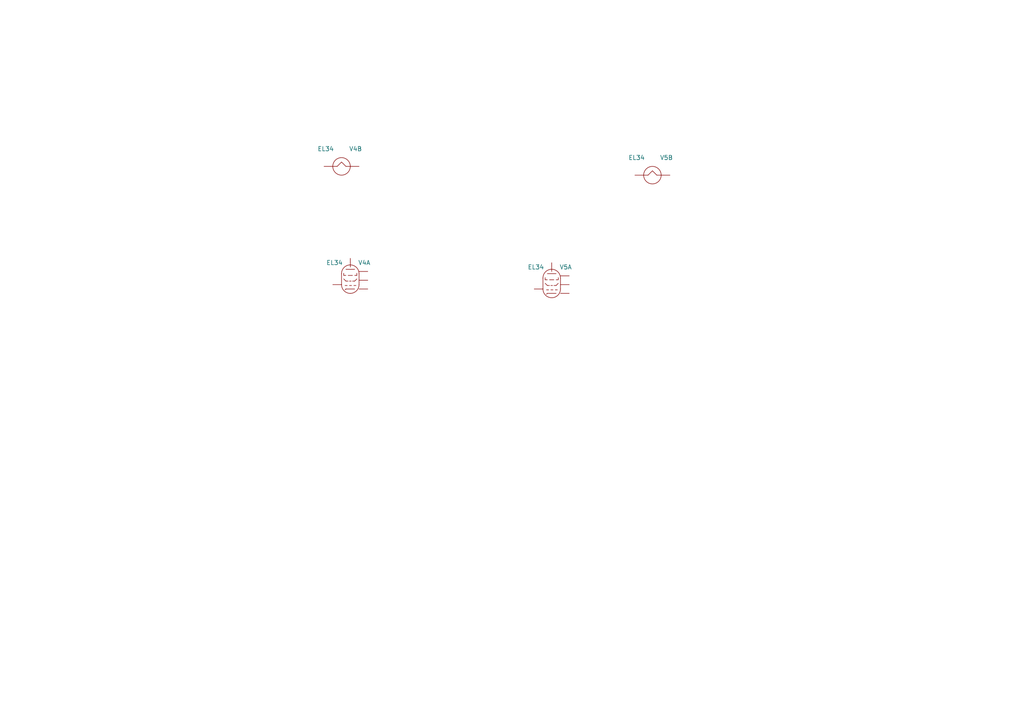
<source format=kicad_sch>
(kicad_sch
	(version 20250114)
	(generator "eeschema")
	(generator_version "9.0")
	(uuid "cb659d0c-3eb0-4868-b68c-0c64bebe4021")
	(paper "A4")
	(lib_symbols
		(symbol "wb50_symbols:WB50_EL34"
			(pin_numbers
				(hide yes)
			)
			(pin_names
				(offset 1.016)
				(hide yes)
			)
			(exclude_from_sim no)
			(in_bom yes)
			(on_board yes)
			(property "Reference" "V"
				(at 4.064 5.08 0)
				(do_not_autoplace)
				(effects
					(font
						(size 1.27 1.27)
					)
				)
			)
			(property "Value" "EL34"
				(at -4.572 5.08 0)
				(do_not_autoplace)
				(effects
					(font
						(size 1.27 1.27)
					)
				)
			)
			(property "Footprint" "wb50_footprints:WB50_Socket_Octal_8Pin_D26.0mm_Hole2.0mm"
				(at 0 0.254 0)
				(effects
					(font
						(size 1.27 1.27)
					)
					(hide yes)
				)
			)
			(property "Datasheet" "https://www.jj-electronic.de/images/stories/product/tubes/pdf/el34.pdf"
				(at 1.27 0.254 0)
				(effects
					(font
						(size 1.27 1.27)
					)
					(hide yes)
				)
			)
			(property "Description" "Leistungspentode für Audioendverstärker"
				(at -0.508 0 0)
				(effects
					(font
						(size 1.27 1.27)
					)
					(hide yes)
				)
			)
			(property "ki_locked" ""
				(at 0 0 0)
				(effects
					(font
						(size 1.27 1.27)
					)
				)
			)
			(property "ki_keywords" "tube valve röhre audio vakuum vacuum el34 6ca7"
				(at 0 0 0)
				(effects
					(font
						(size 1.27 1.27)
					)
					(hide yes)
				)
			)
			(property "ki_fp_filters" "*Octal*8*"
				(at 0 0 0)
				(effects
					(font
						(size 1.27 1.27)
					)
					(hide yes)
				)
			)
			(symbol "WB50_EL34_1_1"
				(polyline
					(pts
						(xy -2.54 1.905) (xy -2.54 -1.27)
					)
					(stroke
						(width 0)
						(type default)
					)
					(fill
						(type none)
					)
				)
				(polyline
					(pts
						(xy -1.905 1.397) (xy -1.905 2.032)
					)
					(stroke
						(width 0)
						(type default)
					)
					(fill
						(type none)
					)
				)
				(polyline
					(pts
						(xy -1.905 1.397) (xy -1.27 1.397)
					)
					(stroke
						(width 0)
						(type default)
					)
					(fill
						(type none)
					)
				)
				(polyline
					(pts
						(xy -1.905 0.381) (xy -1.27 -0.254)
					)
					(stroke
						(width 0)
						(type default)
					)
					(fill
						(type none)
					)
				)
				(polyline
					(pts
						(xy -1.524 -1.524) (xy -0.889 -1.524)
					)
					(stroke
						(width 0)
						(type default)
					)
					(fill
						(type none)
					)
				)
				(polyline
					(pts
						(xy -1.27 3.175) (xy 1.27 3.175)
					)
					(stroke
						(width 0)
						(type default)
					)
					(fill
						(type none)
					)
				)
				(polyline
					(pts
						(xy -1.27 -0.254) (xy -0.635 -0.254)
					)
					(stroke
						(width 0)
						(type default)
					)
					(fill
						(type none)
					)
				)
				(polyline
					(pts
						(xy -1.27 -2.54) (xy -1.524 -2.794)
					)
					(stroke
						(width 0)
						(type default)
					)
					(fill
						(type none)
					)
				)
				(polyline
					(pts
						(xy -0.635 1.397) (xy 0.635 1.397)
					)
					(stroke
						(width 0)
						(type default)
					)
					(fill
						(type none)
					)
				)
				(polyline
					(pts
						(xy -0.254 -0.254) (xy 0.254 -0.254)
					)
					(stroke
						(width 0)
						(type default)
					)
					(fill
						(type none)
					)
				)
				(polyline
					(pts
						(xy -0.254 -1.524) (xy 0.381 -1.524)
					)
					(stroke
						(width 0)
						(type default)
					)
					(fill
						(type none)
					)
				)
				(arc
					(start -0.0002 -3.8098)
					(mid -1.7963 -3.0659)
					(end -2.5402 -1.2698)
					(stroke
						(width 0)
						(type default)
					)
					(fill
						(type none)
					)
				)
				(arc
					(start -2.54 1.905)
					(mid -1.7961 3.7011)
					(end 0 4.445)
					(stroke
						(width 0)
						(type default)
					)
					(fill
						(type none)
					)
				)
				(arc
					(start 2.5398 -1.2698)
					(mid 1.7959 -3.0659)
					(end -0.0002 -3.8098)
					(stroke
						(width 0)
						(type default)
					)
					(fill
						(type none)
					)
				)
				(arc
					(start 0 4.445)
					(mid 1.7961 3.7011)
					(end 2.54 1.905)
					(stroke
						(width 0)
						(type default)
					)
					(fill
						(type none)
					)
				)
				(polyline
					(pts
						(xy 1.016 -1.524) (xy 1.651 -1.524)
					)
					(stroke
						(width 0)
						(type default)
					)
					(fill
						(type none)
					)
				)
				(polyline
					(pts
						(xy 1.27 -0.254) (xy 0.635 -0.254)
					)
					(stroke
						(width 0)
						(type default)
					)
					(fill
						(type none)
					)
				)
				(polyline
					(pts
						(xy 1.27 -0.254) (xy 1.905 0.381)
					)
					(stroke
						(width 0)
						(type default)
					)
					(fill
						(type none)
					)
				)
				(polyline
					(pts
						(xy 1.27 -2.54) (xy -1.27 -2.54)
					)
					(stroke
						(width 0)
						(type default)
					)
					(fill
						(type none)
					)
				)
				(polyline
					(pts
						(xy 1.905 2.032) (xy 1.905 1.397)
					)
					(stroke
						(width 0)
						(type default)
					)
					(fill
						(type none)
					)
				)
				(polyline
					(pts
						(xy 1.905 1.397) (xy 1.27 1.397)
					)
					(stroke
						(width 0)
						(type default)
					)
					(fill
						(type none)
					)
				)
				(polyline
					(pts
						(xy 2.54 1.905) (xy 2.54 -1.27)
					)
					(stroke
						(width 0)
						(type default)
					)
					(fill
						(type none)
					)
				)
				(pin passive line
					(at -5.08 -1.27 0)
					(length 2.54)
					(name "g1"
						(effects
							(font
								(size 1.27 1.27)
							)
						)
					)
					(number "5"
						(effects
							(font
								(size 1.27 1.27)
							)
						)
					)
				)
				(pin passive line
					(at 0 6.35 270)
					(length 2.54)
					(name "a"
						(effects
							(font
								(size 1.27 1.27)
							)
						)
					)
					(number "3"
						(effects
							(font
								(size 1.27 1.27)
							)
						)
					)
				)
				(pin passive line
					(at 5.08 2.54 180)
					(length 2.54)
					(name "g3"
						(effects
							(font
								(size 1.27 1.27)
							)
						)
					)
					(number "1"
						(effects
							(font
								(size 1.27 1.27)
							)
						)
					)
				)
				(pin passive line
					(at 5.08 0 180)
					(length 2.54)
					(name "g2"
						(effects
							(font
								(size 1.27 1.27)
							)
						)
					)
					(number "4"
						(effects
							(font
								(size 1.27 1.27)
							)
						)
					)
				)
				(pin passive line
					(at 5.08 -2.54 180)
					(length 2.54)
					(name "k"
						(effects
							(font
								(size 1.27 1.27)
							)
						)
					)
					(number "8"
						(effects
							(font
								(size 1.27 1.27)
							)
						)
					)
				)
			)
			(symbol "WB50_EL34_2_1"
				(polyline
					(pts
						(xy -1.27 0) (xy -2.54 0)
					)
					(stroke
						(width 0)
						(type default)
					)
					(fill
						(type none)
					)
				)
				(polyline
					(pts
						(xy -1.27 0) (xy 0 1.27) (xy 1.27 0)
					)
					(stroke
						(width 0)
						(type default)
					)
					(fill
						(type none)
					)
				)
				(circle
					(center 0 0)
					(radius 2.54)
					(stroke
						(width 0)
						(type default)
					)
					(fill
						(type none)
					)
				)
				(polyline
					(pts
						(xy 1.27 0) (xy 2.54 0)
					)
					(stroke
						(width 0)
						(type default)
					)
					(fill
						(type none)
					)
				)
				(pin passive line
					(at -5.08 0 0)
					(length 2.54)
					(name "f"
						(effects
							(font
								(size 1.27 1.27)
							)
						)
					)
					(number "2"
						(effects
							(font
								(size 1.27 1.27)
							)
						)
					)
				)
				(pin passive line
					(at 5.08 0 180)
					(length 2.54)
					(name "f"
						(effects
							(font
								(size 1.27 1.27)
							)
						)
					)
					(number "7"
						(effects
							(font
								(size 1.27 1.27)
							)
						)
					)
				)
			)
			(embedded_fonts no)
		)
	)
	(symbol
		(lib_id "wb50_symbols:WB50_EL34")
		(at 99.06 48.26 0)
		(unit 2)
		(exclude_from_sim no)
		(in_bom yes)
		(on_board yes)
		(dnp no)
		(fields_autoplaced yes)
		(uuid "34360503-4146-409b-8109-0a7bad3fc602")
		(property "Reference" "V4"
			(at 103.124 43.18 0)
			(do_not_autoplace yes)
			(effects
				(font
					(size 1.27 1.27)
				)
			)
		)
		(property "Value" "EL34"
			(at 94.488 43.18 0)
			(do_not_autoplace yes)
			(effects
				(font
					(size 1.27 1.27)
				)
			)
		)
		(property "Footprint" "wb50_footprints:WB50_Socket_Octal_8Pin_D26.0mm_Hole2.0mm"
			(at 99.06 48.006 0)
			(effects
				(font
					(size 1.27 1.27)
				)
				(hide yes)
			)
		)
		(property "Datasheet" "https://www.jj-electronic.de/images/stories/product/tubes/pdf/el34.pdf"
			(at 100.33 48.006 0)
			(effects
				(font
					(size 1.27 1.27)
				)
				(hide yes)
			)
		)
		(property "Description" "Leistungspentode für Audioendverstärker"
			(at 98.552 48.26 0)
			(effects
				(font
					(size 1.27 1.27)
				)
				(hide yes)
			)
		)
		(pin "1"
			(uuid "49effbd1-a2c2-438b-8b4a-8c4c3513de4c")
		)
		(pin "5"
			(uuid "781c84ed-2acc-42ac-8a32-983fbb67bc99")
		)
		(pin "3"
			(uuid "5f702feb-3533-49b0-b1cb-ca7064de507e")
		)
		(pin "4"
			(uuid "f46438aa-6d18-4d75-9ac6-51180f78fde6")
		)
		(pin "2"
			(uuid "3ed204cb-ad26-4ba3-b496-75a059da14ce")
		)
		(pin "7"
			(uuid "82f2f640-bc64-49ca-8a12-7a227f6cbce7")
		)
		(pin "8"
			(uuid "b4fc9e81-0bd6-4a59-b45e-9d1377cbe1c6")
		)
		(instances
			(project ""
				(path "/6805e3ef-87bd-473d-890f-05ae2da73c1a/7a47930b-7a0a-4b99-87af-45202452246e"
					(reference "V4")
					(unit 2)
				)
			)
		)
	)
	(symbol
		(lib_id "wb50_symbols:WB50_EL34")
		(at 160.02 82.55 0)
		(unit 1)
		(exclude_from_sim no)
		(in_bom yes)
		(on_board yes)
		(dnp no)
		(fields_autoplaced yes)
		(uuid "72bd0065-69b4-4e49-a146-28603018acfb")
		(property "Reference" "V5"
			(at 164.084 77.47 0)
			(do_not_autoplace yes)
			(effects
				(font
					(size 1.27 1.27)
				)
			)
		)
		(property "Value" "EL34"
			(at 155.448 77.47 0)
			(do_not_autoplace yes)
			(effects
				(font
					(size 1.27 1.27)
				)
			)
		)
		(property "Footprint" "wb50_footprints:WB50_Socket_Octal_8Pin_D26.0mm_Hole2.0mm"
			(at 160.02 82.296 0)
			(effects
				(font
					(size 1.27 1.27)
				)
				(hide yes)
			)
		)
		(property "Datasheet" "https://www.jj-electronic.de/images/stories/product/tubes/pdf/el34.pdf"
			(at 161.29 82.296 0)
			(effects
				(font
					(size 1.27 1.27)
				)
				(hide yes)
			)
		)
		(property "Description" "Leistungspentode für Audioendverstärker"
			(at 159.512 82.55 0)
			(effects
				(font
					(size 1.27 1.27)
				)
				(hide yes)
			)
		)
		(pin "3"
			(uuid "b3768609-36ea-4ea0-91f3-7cff0ff484db")
		)
		(pin "8"
			(uuid "049ea3c9-c329-4c96-96f8-22285dbebabd")
		)
		(pin "1"
			(uuid "28367d17-152a-4a04-8971-41d7a0ff8c7d")
		)
		(pin "4"
			(uuid "2b8fff87-9186-4b86-93e5-9c3d18dff096")
		)
		(pin "7"
			(uuid "b5b1fac8-5151-4b8f-ada3-807770adba9b")
		)
		(pin "5"
			(uuid "e0f63287-59da-4df2-88ae-21252e94da33")
		)
		(pin "2"
			(uuid "a4910cd1-6199-4f9c-8aee-8e79d903b33f")
		)
		(instances
			(project ""
				(path "/6805e3ef-87bd-473d-890f-05ae2da73c1a/7a47930b-7a0a-4b99-87af-45202452246e"
					(reference "V5")
					(unit 1)
				)
			)
		)
	)
	(symbol
		(lib_id "wb50_symbols:WB50_EL34")
		(at 189.23 50.8 0)
		(unit 2)
		(exclude_from_sim no)
		(in_bom yes)
		(on_board yes)
		(dnp no)
		(fields_autoplaced yes)
		(uuid "9074a707-0980-49f4-a8aa-2e9044a5c8c9")
		(property "Reference" "V5"
			(at 193.294 45.72 0)
			(do_not_autoplace yes)
			(effects
				(font
					(size 1.27 1.27)
				)
			)
		)
		(property "Value" "EL34"
			(at 184.658 45.72 0)
			(do_not_autoplace yes)
			(effects
				(font
					(size 1.27 1.27)
				)
			)
		)
		(property "Footprint" "wb50_footprints:WB50_Socket_Octal_8Pin_D26.0mm_Hole2.0mm"
			(at 189.23 50.546 0)
			(effects
				(font
					(size 1.27 1.27)
				)
				(hide yes)
			)
		)
		(property "Datasheet" "https://www.jj-electronic.de/images/stories/product/tubes/pdf/el34.pdf"
			(at 190.5 50.546 0)
			(effects
				(font
					(size 1.27 1.27)
				)
				(hide yes)
			)
		)
		(property "Description" "Leistungspentode für Audioendverstärker"
			(at 188.722 50.8 0)
			(effects
				(font
					(size 1.27 1.27)
				)
				(hide yes)
			)
		)
		(pin "3"
			(uuid "b3768609-36ea-4ea0-91f3-7cff0ff484dc")
		)
		(pin "8"
			(uuid "049ea3c9-c329-4c96-96f8-22285dbebabe")
		)
		(pin "1"
			(uuid "28367d17-152a-4a04-8971-41d7a0ff8c7e")
		)
		(pin "4"
			(uuid "2b8fff87-9186-4b86-93e5-9c3d18dff097")
		)
		(pin "7"
			(uuid "b5b1fac8-5151-4b8f-ada3-807770adba9c")
		)
		(pin "5"
			(uuid "e0f63287-59da-4df2-88ae-21252e94da34")
		)
		(pin "2"
			(uuid "a4910cd1-6199-4f9c-8aee-8e79d903b340")
		)
		(instances
			(project ""
				(path "/6805e3ef-87bd-473d-890f-05ae2da73c1a/7a47930b-7a0a-4b99-87af-45202452246e"
					(reference "V5")
					(unit 2)
				)
			)
		)
	)
	(symbol
		(lib_id "wb50_symbols:WB50_EL34")
		(at 101.6 81.28 0)
		(unit 1)
		(exclude_from_sim no)
		(in_bom yes)
		(on_board yes)
		(dnp no)
		(fields_autoplaced yes)
		(uuid "ad52149f-58d1-4676-831e-14e44fb0bcd7")
		(property "Reference" "V4"
			(at 105.664 76.2 0)
			(do_not_autoplace yes)
			(effects
				(font
					(size 1.27 1.27)
				)
			)
		)
		(property "Value" "EL34"
			(at 97.028 76.2 0)
			(do_not_autoplace yes)
			(effects
				(font
					(size 1.27 1.27)
				)
			)
		)
		(property "Footprint" "wb50_footprints:WB50_Socket_Octal_8Pin_D26.0mm_Hole2.0mm"
			(at 101.6 81.026 0)
			(effects
				(font
					(size 1.27 1.27)
				)
				(hide yes)
			)
		)
		(property "Datasheet" "https://www.jj-electronic.de/images/stories/product/tubes/pdf/el34.pdf"
			(at 102.87 81.026 0)
			(effects
				(font
					(size 1.27 1.27)
				)
				(hide yes)
			)
		)
		(property "Description" "Leistungspentode für Audioendverstärker"
			(at 101.092 81.28 0)
			(effects
				(font
					(size 1.27 1.27)
				)
				(hide yes)
			)
		)
		(pin "1"
			(uuid "49effbd1-a2c2-438b-8b4a-8c4c3513de4d")
		)
		(pin "5"
			(uuid "781c84ed-2acc-42ac-8a32-983fbb67bc9a")
		)
		(pin "3"
			(uuid "5f702feb-3533-49b0-b1cb-ca7064de507f")
		)
		(pin "4"
			(uuid "f46438aa-6d18-4d75-9ac6-51180f78fde7")
		)
		(pin "2"
			(uuid "3ed204cb-ad26-4ba3-b496-75a059da14cf")
		)
		(pin "7"
			(uuid "82f2f640-bc64-49ca-8a12-7a227f6cbce8")
		)
		(pin "8"
			(uuid "b4fc9e81-0bd6-4a59-b45e-9d1377cbe1c7")
		)
		(instances
			(project ""
				(path "/6805e3ef-87bd-473d-890f-05ae2da73c1a/7a47930b-7a0a-4b99-87af-45202452246e"
					(reference "V4")
					(unit 1)
				)
			)
		)
	)
)

</source>
